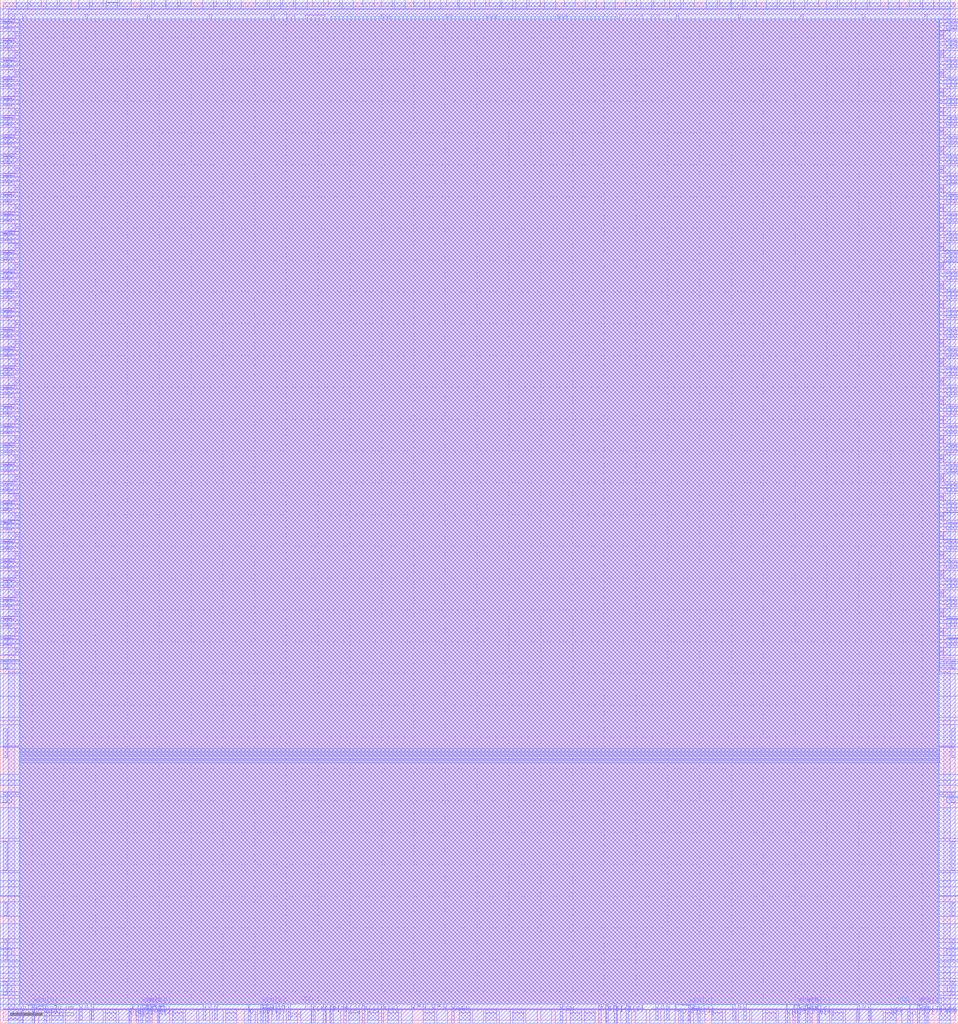
<source format=lef>
VERSION 5.7 ;
  NOWIREEXTENSIONATPIN ON ;
  DIVIDERCHAR "/" ;
  BUSBITCHARS "[]" ;
MACRO gf180mcu_ocd_ip_sram__sram512x8m8wm1
  CLASS BLOCK ;
  FOREIGN gf180mcu_ocd_ip_sram__sram512x8m8wm1 ;
  ORIGIN 0.000 0.000 ;
  SIZE 301.300 BY 321.890 ;
  PIN A[8]
    DIRECTION INPUT ;
    USE SIGNAL ;
    ANTENNADIFFAREA 0.928400 ;
    PORT
      LAYER Metal2 ;
        RECT 101.520 0.000 102.305 6.000 ;
    END
  END A[8]
  PIN A[7]
    DIRECTION INPUT ;
    USE SIGNAL ;
    ANTENNADIFFAREA 0.928400 ;
    PORT
      LAYER Metal2 ;
        RECT 103.965 0.000 104.750 6.000 ;
    END
  END A[7]
  PIN A[6]
    DIRECTION INPUT ;
    USE SIGNAL ;
    ANTENNADIFFAREA 0.928400 ;
    PORT
      LAYER Metal2 ;
        RECT 188.200 0.000 188.985 6.000 ;
    END
  END A[6]
  PIN A[5]
    DIRECTION INPUT ;
    USE SIGNAL ;
    ANTENNADIFFAREA 0.928400 ;
    PORT
      LAYER Metal2 ;
        RECT 190.455 0.000 191.240 6.000 ;
    END
  END A[5]
  PIN A[4]
    DIRECTION INPUT ;
    USE SIGNAL ;
    ANTENNADIFFAREA 0.928400 ;
    PORT
      LAYER Metal2 ;
        RECT 193.070 0.000 193.855 6.000 ;
    END
  END A[4]
  PIN A[3]
    DIRECTION INPUT ;
    USE SIGNAL ;
    ANTENNADIFFAREA 0.928400 ;
    PORT
      LAYER Metal2 ;
        RECT 196.925 0.000 197.710 6.000 ;
    END
  END A[3]
  PIN A[2]
    DIRECTION INPUT ;
    USE SIGNAL ;
    ANTENNADIFFAREA 0.928400 ;
    PORT
      LAYER Metal2 ;
        RECT 108.005 0.000 108.790 6.000 ;
    END
  END A[2]
  PIN A[1]
    DIRECTION INPUT ;
    USE SIGNAL ;
    ANTENNADIFFAREA 0.928400 ;
    PORT
      LAYER Metal2 ;
        RECT 113.930 0.000 114.715 6.000 ;
    END
  END A[1]
  PIN A[0]
    DIRECTION INPUT ;
    USE SIGNAL ;
    ANTENNADIFFAREA 0.928400 ;
    PORT
      LAYER Metal2 ;
        RECT 119.850 0.000 120.630 6.000 ;
    END
  END A[0]
  PIN CEN
    DIRECTION INPUT ;
    USE SIGNAL ;
    ANTENNADIFFAREA 0.928400 ;
    PORT
      LAYER Metal2 ;
        RECT 176.195 0.000 176.980 6.000 ;
    END
  END CEN
  PIN CLK
    DIRECTION INPUT ;
    USE SIGNAL ;
    ANTENNAGATEAREA 9.738400 ;
    PORT
      LAYER Metal2 ;
        RECT 97.775 0.000 98.560 6.000 ;
    END
  END CLK
  PIN D[7]
    DIRECTION INPUT ;
    USE SIGNAL ;
    ANTENNAGATEAREA 0.249200 ;
    PORT
      LAYER Metal2 ;
        RECT 291.200 5.030 291.985 6.000 ;
        RECT 290.800 4.305 291.985 5.030 ;
        RECT 290.800 0.000 291.585 4.305 ;
    END
  END D[7]
  PIN D[6]
    DIRECTION INPUT ;
    USE SIGNAL ;
    ANTENNAGATEAREA 0.249200 ;
    PORT
      LAYER Metal2 ;
        RECT 254.645 4.245 254.930 6.000 ;
        RECT 254.605 0.000 255.385 4.245 ;
    END
  END D[6]
  PIN D[5]
    DIRECTION INPUT ;
    USE SIGNAL ;
    ANTENNAGATEAREA 0.249200 ;
    PORT
      LAYER Metal2 ;
        RECT 249.530 4.245 249.810 6.000 ;
        RECT 249.235 0.000 250.020 4.245 ;
    END
  END D[5]
  PIN D[4]
    DIRECTION INPUT ;
    USE SIGNAL ;
    ANTENNAGATEAREA 0.249200 ;
    PORT
      LAYER Metal2 ;
        RECT 212.255 4.355 212.625 6.000 ;
        RECT 212.255 4.350 213.940 4.355 ;
        RECT 212.255 3.985 214.845 4.350 ;
        RECT 214.060 0.000 214.845 3.985 ;
    END
  END D[4]
  PIN D[3]
    DIRECTION INPUT ;
    USE SIGNAL ;
    ANTENNAGATEAREA 0.249200 ;
    PORT
      LAYER Metal2 ;
        RECT 85.695 4.850 86.000 6.000 ;
        RECT 83.280 4.545 86.000 4.850 ;
        RECT 83.280 0.000 84.065 4.545 ;
    END
  END D[3]
  PIN D[2]
    DIRECTION INPUT ;
    USE SIGNAL ;
    ANTENNAGATEAREA 0.249200 ;
    PORT
      LAYER Metal2 ;
        RECT 48.730 5.425 49.015 6.000 ;
        RECT 47.595 5.140 49.015 5.425 ;
        RECT 47.595 4.160 47.880 5.140 ;
        RECT 47.085 3.720 47.880 4.160 ;
        RECT 47.085 0.000 47.870 3.720 ;
    END
  END D[2]
  PIN D[1]
    DIRECTION INPUT ;
    USE SIGNAL ;
    ANTENNAGATEAREA 0.249200 ;
    PORT
      LAYER Metal2 ;
        RECT 43.215 5.290 43.540 6.000 ;
        RECT 43.180 4.170 43.540 5.290 ;
        RECT 42.720 0.000 43.505 4.170 ;
    END
  END D[1]
  PIN D[0]
    DIRECTION INPUT ;
    USE SIGNAL ;
    ANTENNAGATEAREA 0.249200 ;
    PORT
      LAYER Metal2 ;
        RECT 6.520 0.000 7.305 6.000 ;
    END
  END D[0]
  PIN GWEN
    DIRECTION INPUT ;
    USE SIGNAL ;
    ANTENNAGATEAREA 3.141600 ;
    PORT
      LAYER Metal2 ;
        RECT 142.055 0.000 142.840 6.000 ;
    END
  END GWEN
  PIN Q[7]
    DIRECTION OUTPUT ;
    USE SIGNAL ;
    ANTENNADIFFAREA 5.315450 ;
    PORT
      LAYER Metal2 ;
        RECT 285.870 4.245 286.200 6.000 ;
        RECT 285.490 0.000 286.275 4.245 ;
    END
  END Q[7]
  PIN Q[6]
    DIRECTION OUTPUT ;
    USE SIGNAL ;
    ANTENNADIFFAREA 5.315450 ;
    PORT
      LAYER Metal2 ;
        RECT 257.025 4.245 257.345 6.000 ;
        RECT 256.960 0.000 257.740 4.245 ;
    END
  END Q[6]
  PIN Q[5]
    DIRECTION OUTPUT ;
    USE SIGNAL ;
    ANTENNADIFFAREA 5.315450 ;
    PORT
      LAYER Metal2 ;
        RECT 247.175 4.245 247.460 6.000 ;
        RECT 246.880 0.000 247.665 4.245 ;
    END
  END Q[5]
  PIN Q[4]
    DIRECTION OUTPUT ;
    USE SIGNAL ;
    ANTENNADIFFAREA 5.315450 ;
    PORT
      LAYER Metal2 ;
        RECT 217.860 4.705 218.190 6.000 ;
        RECT 217.860 4.695 220.060 4.705 ;
        RECT 217.860 4.375 220.135 4.695 ;
        RECT 219.350 0.000 220.135 4.375 ;
    END
  END Q[4]
  PIN Q[3]
    DIRECTION OUTPUT ;
    USE SIGNAL ;
    ANTENNADIFFAREA 5.315450 ;
    PORT
      LAYER Metal2 ;
        RECT 77.980 4.130 78.315 6.000 ;
        RECT 77.975 0.000 78.760 4.130 ;
    END
  END Q[3]
  PIN Q[2]
    DIRECTION OUTPUT ;
    USE SIGNAL ;
    ANTENNADIFFAREA 5.315450 ;
    PORT
      LAYER Metal2 ;
        RECT 51.250 5.450 51.580 6.000 ;
        RECT 49.960 5.120 51.580 5.450 ;
        RECT 49.960 4.160 50.290 5.120 ;
        RECT 49.440 3.710 50.290 4.160 ;
        RECT 49.440 0.000 50.225 3.710 ;
    END
  END Q[2]
  PIN Q[1]
    DIRECTION OUTPUT ;
    USE SIGNAL ;
    ANTENNADIFFAREA 5.315450 ;
    PORT
      LAYER Metal2 ;
        RECT 41.545 4.725 41.875 6.000 ;
        RECT 40.840 4.395 41.875 4.725 ;
        RECT 40.840 4.200 41.170 4.395 ;
        RECT 40.365 3.555 41.170 4.200 ;
        RECT 40.365 0.000 41.145 3.555 ;
    END
  END Q[1]
  PIN Q[0]
    DIRECTION OUTPUT ;
    USE SIGNAL ;
    ANTENNADIFFAREA 5.315450 ;
    PORT
      LAYER Metal2 ;
        RECT 12.255 5.780 12.585 6.000 ;
        RECT 12.255 5.450 14.415 5.780 ;
        RECT 14.085 4.245 14.415 5.450 ;
        RECT 13.830 0.000 14.610 4.245 ;
    END
  END Q[0]
  PIN VDD
    DIRECTION INOUT ;
    USE POWER ;
    PORT
      LAYER Nwell ;
        RECT 103.900 315.890 194.020 316.770 ;
        RECT 7.680 5.780 25.360 6.000 ;
        RECT 29.080 5.780 64.190 6.000 ;
        RECT 29.080 5.770 46.760 5.780 ;
        RECT 67.910 5.770 85.590 6.000 ;
        RECT 212.985 5.780 230.665 6.000 ;
        RECT 234.385 5.785 269.745 6.000 ;
        RECT 234.385 5.770 252.065 5.785 ;
        RECT 273.465 5.775 291.145 6.000 ;
      LAYER Metal1 ;
        RECT 4.845 311.335 5.975 312.050 ;
        RECT 4.845 310.635 6.000 311.335 ;
        RECT 295.440 311.080 296.570 312.135 ;
        RECT 295.300 310.800 296.570 311.080 ;
        RECT 4.845 309.620 5.975 310.635 ;
        RECT 295.440 309.705 296.570 310.800 ;
        RECT 4.845 305.275 5.975 305.990 ;
        RECT 4.845 304.575 6.000 305.275 ;
        RECT 295.440 305.020 296.570 306.075 ;
        RECT 295.300 304.740 296.570 305.020 ;
        RECT 4.845 303.560 5.975 304.575 ;
        RECT 295.440 303.645 296.570 304.740 ;
        RECT 4.845 299.215 5.975 299.930 ;
        RECT 4.845 298.515 6.000 299.215 ;
        RECT 295.440 298.960 296.570 300.015 ;
        RECT 295.300 298.680 296.570 298.960 ;
        RECT 4.845 297.500 5.975 298.515 ;
        RECT 295.440 297.585 296.570 298.680 ;
        RECT 4.845 293.155 5.975 293.870 ;
        RECT 4.845 292.455 6.000 293.155 ;
        RECT 295.440 292.900 296.570 293.955 ;
        RECT 295.300 292.620 296.570 292.900 ;
        RECT 4.845 291.440 5.975 292.455 ;
        RECT 295.440 291.525 296.570 292.620 ;
        RECT 4.845 287.095 5.975 287.810 ;
        RECT 4.845 286.395 6.000 287.095 ;
        RECT 295.440 286.840 296.570 287.895 ;
        RECT 295.300 286.560 296.570 286.840 ;
        RECT 4.845 285.380 5.975 286.395 ;
        RECT 295.440 285.465 296.570 286.560 ;
        RECT 4.845 281.035 5.975 281.750 ;
        RECT 4.845 280.335 6.000 281.035 ;
        RECT 295.440 280.780 296.570 281.835 ;
        RECT 295.300 280.500 296.570 280.780 ;
        RECT 4.845 279.320 5.975 280.335 ;
        RECT 295.440 279.405 296.570 280.500 ;
        RECT 4.845 274.975 5.975 275.690 ;
        RECT 4.845 274.275 6.000 274.975 ;
        RECT 295.440 274.720 296.570 275.775 ;
        RECT 295.300 274.440 296.570 274.720 ;
        RECT 4.845 273.260 5.975 274.275 ;
        RECT 295.440 273.345 296.570 274.440 ;
        RECT 4.845 268.915 5.975 269.630 ;
        RECT 4.845 268.215 6.000 268.915 ;
        RECT 295.440 268.660 296.570 269.715 ;
        RECT 295.300 268.380 296.570 268.660 ;
        RECT 4.845 267.200 5.975 268.215 ;
        RECT 295.440 267.285 296.570 268.380 ;
        RECT 4.845 262.855 5.975 263.570 ;
        RECT 4.845 262.155 6.000 262.855 ;
        RECT 295.440 262.600 296.570 263.655 ;
        RECT 295.300 262.320 296.570 262.600 ;
        RECT 4.845 261.140 5.975 262.155 ;
        RECT 295.440 261.225 296.570 262.320 ;
        RECT 4.845 256.795 5.975 257.510 ;
        RECT 4.845 256.095 6.000 256.795 ;
        RECT 295.440 256.540 296.570 257.595 ;
        RECT 295.300 256.260 296.570 256.540 ;
        RECT 4.845 255.080 5.975 256.095 ;
        RECT 295.440 255.165 296.570 256.260 ;
        RECT 4.845 250.735 5.975 251.450 ;
        RECT 4.845 250.035 6.000 250.735 ;
        RECT 295.440 250.480 296.570 251.535 ;
        RECT 295.300 250.200 296.570 250.480 ;
        RECT 4.845 249.020 5.975 250.035 ;
        RECT 295.440 249.105 296.570 250.200 ;
        RECT 4.845 244.675 5.975 245.390 ;
        RECT 4.845 243.975 6.000 244.675 ;
        RECT 295.440 244.420 296.570 245.475 ;
        RECT 295.300 244.140 296.570 244.420 ;
        RECT 4.845 242.960 5.975 243.975 ;
        RECT 295.440 243.045 296.570 244.140 ;
        RECT 4.845 238.615 5.975 239.330 ;
        RECT 4.845 237.915 6.000 238.615 ;
        RECT 295.440 238.360 296.570 239.415 ;
        RECT 295.300 238.080 296.570 238.360 ;
        RECT 4.845 236.900 5.975 237.915 ;
        RECT 295.440 236.985 296.570 238.080 ;
        RECT 4.845 232.555 5.975 233.270 ;
        RECT 4.845 231.855 6.000 232.555 ;
        RECT 295.440 232.300 296.570 233.355 ;
        RECT 295.300 232.020 296.570 232.300 ;
        RECT 4.845 230.840 5.975 231.855 ;
        RECT 295.440 230.925 296.570 232.020 ;
        RECT 4.845 226.495 5.975 227.210 ;
        RECT 4.845 225.795 6.000 226.495 ;
        RECT 295.440 226.240 296.570 227.295 ;
        RECT 295.300 225.960 296.570 226.240 ;
        RECT 4.845 224.780 5.975 225.795 ;
        RECT 295.440 224.865 296.570 225.960 ;
        RECT 4.845 220.435 5.975 221.150 ;
        RECT 4.845 219.735 6.000 220.435 ;
        RECT 295.440 220.180 296.570 221.235 ;
        RECT 295.300 219.900 296.570 220.180 ;
        RECT 4.845 218.720 5.975 219.735 ;
        RECT 295.440 218.805 296.570 219.900 ;
        RECT 4.845 214.375 5.975 215.090 ;
        RECT 4.845 213.675 6.000 214.375 ;
        RECT 295.440 214.120 296.570 215.175 ;
        RECT 295.300 213.840 296.570 214.120 ;
        RECT 4.845 212.660 5.975 213.675 ;
        RECT 295.440 212.745 296.570 213.840 ;
        RECT 4.845 208.315 5.975 209.030 ;
        RECT 4.845 207.615 6.000 208.315 ;
        RECT 295.440 208.060 296.570 209.115 ;
        RECT 295.300 207.780 296.570 208.060 ;
        RECT 4.845 206.600 5.975 207.615 ;
        RECT 295.440 206.685 296.570 207.780 ;
        RECT 4.845 202.255 5.975 202.970 ;
        RECT 4.845 201.555 6.000 202.255 ;
        RECT 295.440 202.000 296.570 203.055 ;
        RECT 295.300 201.720 296.570 202.000 ;
        RECT 4.845 200.540 5.975 201.555 ;
        RECT 295.440 200.625 296.570 201.720 ;
        RECT 4.845 196.195 5.975 196.910 ;
        RECT 4.845 195.495 6.000 196.195 ;
        RECT 295.440 195.940 296.570 196.995 ;
        RECT 295.300 195.660 296.570 195.940 ;
        RECT 4.845 194.480 5.975 195.495 ;
        RECT 295.440 194.565 296.570 195.660 ;
        RECT 4.845 190.135 5.975 190.850 ;
        RECT 4.845 189.435 6.000 190.135 ;
        RECT 295.440 189.880 296.570 190.935 ;
        RECT 295.300 189.600 296.570 189.880 ;
        RECT 4.845 188.420 5.975 189.435 ;
        RECT 295.440 188.505 296.570 189.600 ;
        RECT 4.845 184.075 5.975 184.790 ;
        RECT 4.845 183.375 6.000 184.075 ;
        RECT 295.440 183.820 296.570 184.875 ;
        RECT 295.300 183.540 296.570 183.820 ;
        RECT 4.845 182.360 5.975 183.375 ;
        RECT 295.440 182.445 296.570 183.540 ;
        RECT 4.845 178.015 5.975 178.730 ;
        RECT 4.845 177.315 6.000 178.015 ;
        RECT 295.440 177.760 296.570 178.815 ;
        RECT 295.300 177.480 296.570 177.760 ;
        RECT 4.845 176.300 5.975 177.315 ;
        RECT 295.440 176.385 296.570 177.480 ;
        RECT 4.845 171.955 5.975 172.670 ;
        RECT 4.845 171.255 6.000 171.955 ;
        RECT 295.440 171.700 296.570 172.755 ;
        RECT 295.300 171.420 296.570 171.700 ;
        RECT 4.845 170.240 5.975 171.255 ;
        RECT 295.440 170.325 296.570 171.420 ;
        RECT 4.845 165.895 5.975 166.610 ;
        RECT 4.845 165.195 6.000 165.895 ;
        RECT 295.440 165.640 296.570 166.695 ;
        RECT 295.300 165.360 296.570 165.640 ;
        RECT 4.845 164.180 5.975 165.195 ;
        RECT 295.440 164.265 296.570 165.360 ;
        RECT 4.845 159.835 5.975 160.550 ;
        RECT 4.845 159.135 6.000 159.835 ;
        RECT 295.440 159.580 296.570 160.635 ;
        RECT 295.300 159.300 296.570 159.580 ;
        RECT 4.845 158.120 5.975 159.135 ;
        RECT 295.440 158.205 296.570 159.300 ;
        RECT 4.845 153.775 5.975 154.490 ;
        RECT 4.845 153.075 6.000 153.775 ;
        RECT 295.440 153.520 296.570 154.575 ;
        RECT 295.300 153.240 296.570 153.520 ;
        RECT 4.845 152.060 5.975 153.075 ;
        RECT 295.440 152.145 296.570 153.240 ;
        RECT 4.845 147.715 5.975 148.430 ;
        RECT 4.845 147.015 6.000 147.715 ;
        RECT 295.440 147.460 296.570 148.515 ;
        RECT 295.300 147.180 296.570 147.460 ;
        RECT 4.845 146.000 5.975 147.015 ;
        RECT 295.440 146.085 296.570 147.180 ;
        RECT 4.845 141.655 5.975 142.370 ;
        RECT 4.845 140.955 6.000 141.655 ;
        RECT 295.440 141.400 296.570 142.455 ;
        RECT 295.300 141.120 296.570 141.400 ;
        RECT 4.845 139.940 5.975 140.955 ;
        RECT 295.440 140.025 296.570 141.120 ;
        RECT 4.845 135.595 5.975 136.310 ;
        RECT 4.845 134.895 6.000 135.595 ;
        RECT 295.440 135.340 296.570 136.395 ;
        RECT 295.300 135.060 296.570 135.340 ;
        RECT 4.845 133.880 5.975 134.895 ;
        RECT 295.440 133.965 296.570 135.060 ;
        RECT 4.845 129.535 5.975 130.250 ;
        RECT 4.845 128.835 6.000 129.535 ;
        RECT 295.440 129.280 296.570 130.335 ;
        RECT 295.300 129.000 296.570 129.280 ;
        RECT 4.845 127.820 5.975 128.835 ;
        RECT 295.440 127.905 296.570 129.000 ;
        RECT 4.845 123.475 5.975 124.190 ;
        RECT 4.845 122.775 6.000 123.475 ;
        RECT 295.440 123.220 296.570 124.275 ;
        RECT 295.300 122.940 296.570 123.220 ;
        RECT 4.845 121.760 5.975 122.775 ;
        RECT 295.440 121.845 296.570 122.940 ;
        RECT 4.845 117.415 5.975 118.130 ;
        RECT 4.845 116.715 6.000 117.415 ;
        RECT 295.440 117.160 296.570 118.215 ;
        RECT 295.300 116.880 296.570 117.160 ;
        RECT 4.845 115.700 5.975 116.715 ;
        RECT 295.440 115.785 296.570 116.880 ;
        RECT 93.700 5.990 95.245 6.000 ;
      LAYER Metal2 ;
        RECT 2.470 318.940 298.830 319.090 ;
        RECT 2.465 315.890 298.830 318.940 ;
        RECT 2.465 315.590 6.000 315.890 ;
        RECT 295.300 315.590 298.830 315.890 ;
        RECT 2.465 312.050 5.970 315.590 ;
        RECT 295.445 312.270 298.830 315.590 ;
        RECT 2.465 309.620 5.975 312.050 ;
        RECT 2.465 305.990 5.970 309.620 ;
        RECT 2.465 303.560 5.975 305.990 ;
        RECT 2.465 299.930 5.970 303.560 ;
        RECT 2.465 297.500 5.975 299.930 ;
        RECT 2.465 293.870 5.970 297.500 ;
        RECT 2.465 291.440 5.975 293.870 ;
        RECT 2.465 287.810 5.970 291.440 ;
        RECT 2.465 285.380 5.975 287.810 ;
        RECT 2.465 281.750 5.970 285.380 ;
        RECT 2.465 279.320 5.975 281.750 ;
        RECT 2.465 275.690 5.970 279.320 ;
        RECT 2.465 273.260 5.975 275.690 ;
        RECT 2.465 269.630 5.970 273.260 ;
        RECT 2.465 267.200 5.975 269.630 ;
        RECT 2.465 263.570 5.970 267.200 ;
        RECT 2.465 261.140 5.975 263.570 ;
        RECT 2.465 257.510 5.970 261.140 ;
        RECT 2.465 255.080 5.975 257.510 ;
        RECT 2.465 251.450 5.970 255.080 ;
        RECT 2.465 249.020 5.975 251.450 ;
        RECT 2.465 245.390 5.970 249.020 ;
        RECT 2.465 242.960 5.975 245.390 ;
        RECT 2.465 239.330 5.970 242.960 ;
        RECT 2.465 236.900 5.975 239.330 ;
        RECT 2.465 233.270 5.970 236.900 ;
        RECT 2.465 230.840 5.975 233.270 ;
        RECT 2.465 227.210 5.970 230.840 ;
        RECT 2.465 224.780 5.975 227.210 ;
        RECT 2.465 221.150 5.970 224.780 ;
        RECT 2.465 218.720 5.975 221.150 ;
        RECT 2.465 215.090 5.970 218.720 ;
        RECT 2.465 212.660 5.975 215.090 ;
        RECT 2.465 209.030 5.970 212.660 ;
        RECT 2.465 206.600 5.975 209.030 ;
        RECT 2.465 202.970 5.970 206.600 ;
        RECT 2.465 200.540 5.975 202.970 ;
        RECT 2.465 196.910 5.970 200.540 ;
        RECT 2.465 194.480 5.975 196.910 ;
        RECT 2.465 190.850 5.970 194.480 ;
        RECT 2.465 188.420 5.975 190.850 ;
        RECT 2.465 184.790 5.970 188.420 ;
        RECT 2.465 182.360 5.975 184.790 ;
        RECT 2.465 178.730 5.970 182.360 ;
        RECT 2.465 176.300 5.975 178.730 ;
        RECT 2.465 172.670 5.970 176.300 ;
        RECT 2.465 170.240 5.975 172.670 ;
        RECT 2.465 166.610 5.970 170.240 ;
        RECT 295.440 168.360 298.830 312.270 ;
        RECT 2.465 164.180 5.975 166.610 ;
        RECT 2.465 160.550 5.970 164.180 ;
        RECT 2.465 158.120 5.975 160.550 ;
        RECT 2.465 154.490 5.970 158.120 ;
        RECT 2.465 152.060 5.975 154.490 ;
        RECT 2.465 148.430 5.970 152.060 ;
        RECT 2.465 146.000 5.975 148.430 ;
        RECT 2.465 142.370 5.970 146.000 ;
        RECT 2.465 139.940 5.975 142.370 ;
        RECT 2.465 136.310 5.970 139.940 ;
        RECT 2.465 133.880 5.975 136.310 ;
        RECT 2.465 130.250 5.970 133.880 ;
        RECT 2.465 127.820 5.975 130.250 ;
        RECT 2.465 124.190 5.970 127.820 ;
        RECT 2.465 121.760 5.975 124.190 ;
        RECT 2.465 118.130 5.970 121.760 ;
        RECT 2.465 115.700 5.975 118.130 ;
        RECT 2.465 110.435 5.970 115.700 ;
        RECT 295.440 110.435 298.835 168.360 ;
        RECT 2.465 4.330 5.975 110.435 ;
        RECT 26.795 4.830 27.580 6.000 ;
        RECT 65.605 4.830 66.390 6.000 ;
        RECT 2.465 1.410 5.970 4.330 ;
        RECT 88.750 4.285 89.535 6.000 ;
        RECT 93.695 5.965 95.245 6.000 ;
        RECT 131.250 5.180 132.035 6.000 ;
        RECT 137.620 5.180 138.405 6.000 ;
        RECT 207.850 4.315 208.635 6.000 ;
        RECT 232.070 4.830 232.855 6.000 ;
        RECT 271.220 4.810 272.005 6.000 ;
        RECT 295.330 4.330 298.835 110.435 ;
        RECT 2.470 0.985 5.970 1.410 ;
        RECT 295.330 0.985 298.830 4.330 ;
      LAYER Metal3 ;
        RECT 5.090 319.760 8.590 321.890 ;
        RECT 5.090 319.090 8.585 319.760 ;
        RECT 14.480 319.090 17.975 321.890 ;
        RECT 24.630 319.760 28.130 321.890 ;
        RECT 33.380 321.190 36.880 321.890 ;
        RECT 24.630 319.090 28.125 319.760 ;
        RECT 33.380 319.090 36.875 321.190 ;
        RECT 44.170 319.090 47.665 321.890 ;
        RECT 52.280 319.090 55.775 321.890 ;
        RECT 63.710 319.090 67.205 321.890 ;
        RECT 72.285 319.090 75.780 321.890 ;
        RECT 84.680 319.760 88.180 321.890 ;
        RECT 84.685 319.090 88.180 319.760 ;
        RECT 93.000 319.090 96.495 321.890 ;
        RECT 107.485 319.090 110.980 321.890 ;
        RECT 123.950 319.090 127.445 321.890 ;
        RECT 135.045 319.090 138.540 321.890 ;
        RECT 144.305 319.090 147.800 321.890 ;
        RECT 157.740 319.090 161.235 321.890 ;
        RECT 162.095 319.090 165.590 321.890 ;
        RECT 171.155 319.090 174.650 321.890 ;
        RECT 183.990 319.090 187.485 321.890 ;
        RECT 189.915 319.090 193.410 321.890 ;
        RECT 201.415 319.090 204.910 321.890 ;
        RECT 210.520 319.090 214.015 321.890 ;
        RECT 221.995 319.090 225.490 321.890 ;
        RECT 230.060 319.090 233.555 321.890 ;
        RECT 240.895 319.090 244.390 321.890 ;
        RECT 249.600 319.090 253.095 321.890 ;
        RECT 259.795 319.090 263.290 321.890 ;
        RECT 269.125 319.090 272.620 321.890 ;
        RECT 279.300 319.090 282.795 321.890 ;
        RECT 290.115 319.090 293.610 321.890 ;
        RECT 295.330 319.090 298.825 321.890 ;
        RECT 0.000 315.890 301.300 319.090 ;
        RECT 0.000 315.590 6.000 315.890 ;
        RECT 295.300 315.590 301.300 315.890 ;
        RECT 5.090 315.585 6.000 315.590 ;
        RECT 296.440 312.135 301.300 312.145 ;
        RECT 0.000 309.610 5.975 312.060 ;
        RECT 295.440 309.705 301.300 312.135 ;
        RECT 296.440 309.695 301.300 309.705 ;
        RECT 296.440 306.075 301.300 306.085 ;
        RECT 0.000 303.550 5.975 306.000 ;
        RECT 295.440 303.645 301.300 306.075 ;
        RECT 296.440 303.635 301.300 303.645 ;
        RECT 296.440 300.015 301.300 300.025 ;
        RECT 0.000 297.490 5.975 299.940 ;
        RECT 295.440 297.585 301.300 300.015 ;
        RECT 296.440 297.575 301.300 297.585 ;
        RECT 296.440 293.955 301.300 293.965 ;
        RECT 0.000 291.430 5.975 293.880 ;
        RECT 295.440 291.525 301.300 293.955 ;
        RECT 296.440 291.515 301.300 291.525 ;
        RECT 296.440 287.895 301.300 287.905 ;
        RECT 0.000 285.370 5.975 287.820 ;
        RECT 295.440 285.465 301.300 287.895 ;
        RECT 296.440 285.455 301.300 285.465 ;
        RECT 296.440 281.835 301.300 281.845 ;
        RECT 0.000 279.310 5.975 281.760 ;
        RECT 295.440 279.405 301.300 281.835 ;
        RECT 296.440 279.395 301.300 279.405 ;
        RECT 296.440 275.775 301.300 275.785 ;
        RECT 0.000 273.250 5.975 275.700 ;
        RECT 295.440 273.345 301.300 275.775 ;
        RECT 296.440 273.335 301.300 273.345 ;
        RECT 296.440 269.715 301.300 269.725 ;
        RECT 0.000 267.190 5.975 269.640 ;
        RECT 295.440 267.285 301.300 269.715 ;
        RECT 296.440 267.275 301.300 267.285 ;
        RECT 296.440 263.655 301.300 263.665 ;
        RECT 0.000 261.130 5.975 263.580 ;
        RECT 295.440 261.225 301.300 263.655 ;
        RECT 296.440 261.215 301.300 261.225 ;
        RECT 296.440 257.595 301.300 257.605 ;
        RECT 0.000 255.070 5.975 257.520 ;
        RECT 295.440 255.165 301.300 257.595 ;
        RECT 296.440 255.155 301.300 255.165 ;
        RECT 296.440 251.535 301.300 251.545 ;
        RECT 0.000 249.010 5.975 251.460 ;
        RECT 295.440 249.105 301.300 251.535 ;
        RECT 296.440 249.095 301.300 249.105 ;
        RECT 296.440 245.475 301.300 245.485 ;
        RECT 0.000 242.950 5.975 245.400 ;
        RECT 295.440 243.045 301.300 245.475 ;
        RECT 296.440 243.035 301.300 243.045 ;
        RECT 296.440 239.415 301.300 239.425 ;
        RECT 0.000 236.890 5.975 239.340 ;
        RECT 295.440 236.985 301.300 239.415 ;
        RECT 296.440 236.975 301.300 236.985 ;
        RECT 296.440 233.355 301.300 233.365 ;
        RECT 0.000 230.830 5.975 233.280 ;
        RECT 295.440 230.925 301.300 233.355 ;
        RECT 296.440 230.915 301.300 230.925 ;
        RECT 296.440 227.295 301.300 227.305 ;
        RECT 0.000 224.770 5.975 227.220 ;
        RECT 295.440 224.865 301.300 227.295 ;
        RECT 296.440 224.855 301.300 224.865 ;
        RECT 296.440 221.235 301.300 221.245 ;
        RECT 0.000 218.710 5.975 221.160 ;
        RECT 295.440 218.805 301.300 221.235 ;
        RECT 296.440 218.795 301.300 218.805 ;
        RECT 296.440 215.175 301.300 215.185 ;
        RECT 0.000 212.650 5.975 215.100 ;
        RECT 295.440 212.745 301.300 215.175 ;
        RECT 296.440 212.735 301.300 212.745 ;
        RECT 296.440 209.115 301.300 209.125 ;
        RECT 0.000 206.590 5.975 209.040 ;
        RECT 295.440 206.685 301.300 209.115 ;
        RECT 296.440 206.675 301.300 206.685 ;
        RECT 296.440 203.055 301.300 203.065 ;
        RECT 0.000 200.530 5.975 202.980 ;
        RECT 295.440 200.625 301.300 203.055 ;
        RECT 296.440 200.615 301.300 200.625 ;
        RECT 296.440 196.995 301.300 197.005 ;
        RECT 0.000 194.470 5.975 196.920 ;
        RECT 295.440 194.565 301.300 196.995 ;
        RECT 296.440 194.555 301.300 194.565 ;
        RECT 296.440 190.935 301.300 190.945 ;
        RECT 0.000 188.410 5.975 190.860 ;
        RECT 295.440 188.505 301.300 190.935 ;
        RECT 296.440 188.495 301.300 188.505 ;
        RECT 296.440 184.875 301.300 184.885 ;
        RECT 0.000 182.350 5.975 184.800 ;
        RECT 295.440 182.445 301.300 184.875 ;
        RECT 296.440 182.435 301.300 182.445 ;
        RECT 296.440 178.815 301.300 178.825 ;
        RECT 0.000 176.290 5.975 178.740 ;
        RECT 295.440 176.385 301.300 178.815 ;
        RECT 296.440 176.375 301.300 176.385 ;
        RECT 296.440 172.755 301.300 172.765 ;
        RECT 0.000 170.230 5.975 172.680 ;
        RECT 295.440 170.325 301.300 172.755 ;
        RECT 296.440 170.315 301.300 170.325 ;
        RECT 296.440 166.695 301.300 166.705 ;
        RECT 0.000 164.170 5.975 166.620 ;
        RECT 295.440 164.265 301.300 166.695 ;
        RECT 296.440 164.255 301.300 164.265 ;
        RECT 296.440 160.635 301.300 160.645 ;
        RECT 0.000 158.110 5.975 160.560 ;
        RECT 295.440 158.205 301.300 160.635 ;
        RECT 296.440 158.195 301.300 158.205 ;
        RECT 296.440 154.575 301.300 154.585 ;
        RECT 0.000 152.050 5.975 154.500 ;
        RECT 295.440 152.145 301.300 154.575 ;
        RECT 296.440 152.135 301.300 152.145 ;
        RECT 296.440 148.515 301.300 148.525 ;
        RECT 0.000 145.990 5.975 148.440 ;
        RECT 295.440 146.085 301.300 148.515 ;
        RECT 296.440 146.075 301.300 146.085 ;
        RECT 296.440 142.455 301.300 142.465 ;
        RECT 0.000 139.930 5.975 142.380 ;
        RECT 295.440 140.025 301.300 142.455 ;
        RECT 296.440 140.015 301.300 140.025 ;
        RECT 296.440 136.395 301.300 136.405 ;
        RECT 0.000 133.870 5.975 136.320 ;
        RECT 295.440 133.965 301.300 136.395 ;
        RECT 296.440 133.955 301.300 133.965 ;
        RECT 296.440 130.335 301.300 130.345 ;
        RECT 0.000 127.810 5.975 130.260 ;
        RECT 295.440 127.905 301.300 130.335 ;
        RECT 296.440 127.895 301.300 127.905 ;
        RECT 296.440 124.275 301.300 124.285 ;
        RECT 0.000 121.750 5.975 124.200 ;
        RECT 295.440 121.845 301.300 124.275 ;
        RECT 296.440 121.835 301.300 121.845 ;
        RECT 296.440 118.215 301.300 118.225 ;
        RECT 0.000 115.690 5.975 118.140 ;
        RECT 295.440 115.785 301.300 118.215 ;
        RECT 296.440 115.775 301.300 115.785 ;
        RECT 0.000 109.905 3.545 109.910 ;
        RECT 297.750 109.905 301.300 109.910 ;
        RECT 0.000 102.880 6.000 109.905 ;
        RECT 295.300 102.880 301.300 109.905 ;
        RECT 0.000 96.170 5.975 102.880 ;
        RECT 295.335 96.170 301.300 102.880 ;
        RECT 0.000 95.175 6.000 96.170 ;
        RECT 295.300 95.175 301.300 96.170 ;
        RECT 300.600 95.170 301.300 95.175 ;
        RECT 0.000 78.350 3.545 78.355 ;
        RECT 297.750 78.350 301.300 78.355 ;
        RECT 0.000 76.400 5.975 78.350 ;
        RECT 295.335 76.400 301.300 78.350 ;
        RECT 0.000 74.855 6.000 76.400 ;
        RECT 0.010 74.850 6.000 74.855 ;
        RECT 295.300 74.850 301.300 76.400 ;
        RECT 297.750 67.740 301.300 67.750 ;
        RECT 0.010 67.735 6.000 67.740 ;
        RECT 0.000 58.210 6.000 67.735 ;
        RECT 295.300 58.210 301.300 67.740 ;
        RECT 0.000 58.205 0.700 58.210 ;
        RECT 300.600 58.205 301.300 58.210 ;
        RECT 0.000 47.315 3.545 47.325 ;
        RECT 300.600 47.315 301.300 47.320 ;
        RECT 0.000 44.810 6.000 47.315 ;
        RECT 295.300 44.810 301.300 47.315 ;
        RECT 0.000 42.955 5.975 44.810 ;
        RECT 295.335 42.970 301.300 44.810 ;
        RECT 0.000 40.125 6.000 42.955 ;
        RECT 0.010 40.120 6.000 40.125 ;
        RECT 295.300 40.120 301.300 42.970 ;
        RECT 0.010 40.020 5.975 40.120 ;
        RECT 295.335 40.020 301.300 40.120 ;
        RECT 297.750 40.010 301.300 40.020 ;
        RECT 0.000 31.295 3.545 31.300 ;
        RECT 295.300 31.295 295.365 31.325 ;
        RECT 300.600 31.295 301.300 31.300 ;
        RECT 0.000 26.530 6.000 31.295 ;
        RECT 0.010 26.525 6.000 26.530 ;
        RECT 295.300 26.525 301.300 31.295 ;
        RECT 0.000 19.345 3.545 19.350 ;
        RECT 297.750 19.345 301.300 19.350 ;
        RECT 0.000 17.750 6.000 19.345 ;
        RECT 0.000 15.795 5.995 17.750 ;
        RECT 295.300 17.745 301.300 19.345 ;
        RECT 295.315 15.805 301.300 17.745 ;
        RECT 0.000 14.210 6.000 15.795 ;
        RECT 0.010 14.205 6.000 14.210 ;
        RECT 295.300 14.205 301.300 15.805 ;
        RECT 0.000 6.000 6.000 7.810 ;
        RECT 295.300 6.000 301.300 7.810 ;
        RECT 0.000 4.310 301.300 6.000 ;
        RECT 0.000 4.290 0.700 4.310 ;
        RECT 2.465 0.000 5.970 4.310 ;
        RECT 7.135 0.000 10.635 4.310 ;
        RECT 12.045 0.000 15.545 4.310 ;
        RECT 20.445 0.000 23.945 4.310 ;
        RECT 24.645 0.000 28.145 4.310 ;
        RECT 28.845 0.000 32.345 4.310 ;
        RECT 37.245 0.000 40.745 4.310 ;
        RECT 43.550 0.000 47.050 4.310 ;
        RECT 49.845 0.000 53.345 4.310 ;
        RECT 58.245 0.000 61.745 4.310 ;
        RECT 62.445 0.000 65.945 4.310 ;
        RECT 66.645 0.000 70.145 4.310 ;
        RECT 76.685 0.000 80.185 4.310 ;
        RECT 80.885 0.000 84.385 4.310 ;
        RECT 85.435 0.000 88.935 4.310 ;
        RECT 89.985 0.000 93.485 4.310 ;
        RECT 94.535 0.000 98.035 4.310 ;
        RECT 99.085 0.000 102.585 4.310 ;
        RECT 103.635 0.000 107.135 4.310 ;
        RECT 126.105 0.000 129.605 4.310 ;
        RECT 137.295 0.000 140.795 4.310 ;
        RECT 148.515 0.000 152.015 4.310 ;
        RECT 156.915 0.000 160.415 4.310 ;
        RECT 165.315 0.000 168.815 4.310 ;
        RECT 169.980 0.000 173.480 4.310 ;
        RECT 174.565 0.000 178.065 4.310 ;
        RECT 190.600 0.000 194.100 4.310 ;
        RECT 195.150 0.000 198.650 4.310 ;
        RECT 199.700 4.205 221.530 4.310 ;
        RECT 199.700 0.000 203.200 4.205 ;
        RECT 204.250 0.000 207.750 4.205 ;
        RECT 208.800 0.000 212.300 4.205 ;
        RECT 213.350 0.000 216.850 4.205 ;
        RECT 218.030 0.000 221.530 4.205 ;
        RECT 227.960 0.000 231.460 4.310 ;
        RECT 232.160 0.000 235.660 4.310 ;
        RECT 236.360 0.000 239.860 4.310 ;
        RECT 244.760 0.000 248.260 4.310 ;
        RECT 251.055 0.000 254.555 4.310 ;
        RECT 257.360 0.000 260.860 4.310 ;
        RECT 265.760 0.000 269.260 4.310 ;
        RECT 269.960 0.000 273.460 4.310 ;
        RECT 274.160 0.000 277.660 4.310 ;
        RECT 283.560 0.000 287.060 4.310 ;
        RECT 288.465 0.000 291.965 4.310 ;
        RECT 295.330 0.000 298.830 4.310 ;
    END
  END VDD
  PIN VSS
    DIRECTION INOUT ;
    USE GROUND ;
    PORT
      LAYER Metal1 ;
        RECT 0.985 317.365 300.315 320.900 ;
        RECT 0.985 315.035 4.485 317.365 ;
        RECT 7.150 315.890 7.970 317.365 ;
        RECT 26.690 315.890 27.510 317.365 ;
        RECT 46.230 315.890 47.050 317.365 ;
        RECT 65.770 315.890 66.590 317.365 ;
        RECT 85.300 315.890 86.120 317.365 ;
        RECT 90.140 315.890 92.685 317.365 ;
        RECT 96.620 317.030 102.185 317.365 ;
        RECT 95.855 315.890 102.185 317.030 ;
        RECT 119.790 315.890 122.545 317.365 ;
        RECT 140.215 315.890 142.065 317.365 ;
        RECT 153.080 315.890 155.970 317.365 ;
        RECT 175.340 315.890 178.195 317.365 ;
        RECT 194.845 315.890 202.075 317.365 ;
        RECT 204.765 315.890 207.310 317.365 ;
        RECT 212.580 315.890 213.400 317.365 ;
        RECT 232.120 315.890 232.940 317.365 ;
        RECT 251.660 315.890 252.480 317.365 ;
        RECT 271.185 315.890 272.005 317.365 ;
        RECT 290.730 315.890 291.550 317.365 ;
        RECT 0.985 314.885 4.490 315.035 ;
        RECT 0.985 313.080 6.000 314.885 ;
        RECT 0.985 309.785 4.490 313.080 ;
        RECT 0.985 308.975 4.485 309.785 ;
        RECT 0.985 308.825 4.490 308.975 ;
        RECT 0.985 307.020 6.000 308.825 ;
        RECT 0.985 303.725 4.490 307.020 ;
        RECT 0.985 302.915 4.485 303.725 ;
        RECT 0.985 302.765 4.490 302.915 ;
        RECT 0.985 300.960 6.000 302.765 ;
        RECT 0.985 297.665 4.490 300.960 ;
        RECT 0.985 296.855 4.485 297.665 ;
        RECT 0.985 296.705 4.490 296.855 ;
        RECT 0.985 294.900 6.000 296.705 ;
        RECT 0.985 291.605 4.490 294.900 ;
        RECT 0.985 290.795 4.485 291.605 ;
        RECT 0.985 290.645 4.490 290.795 ;
        RECT 0.985 288.840 6.000 290.645 ;
        RECT 295.300 289.410 296.325 290.110 ;
        RECT 0.985 285.545 4.490 288.840 ;
        RECT 0.985 284.735 4.485 285.545 ;
        RECT 0.985 284.585 4.490 284.735 ;
        RECT 0.985 282.780 6.000 284.585 ;
        RECT 0.985 279.485 4.490 282.780 ;
        RECT 0.985 278.675 4.485 279.485 ;
        RECT 0.985 278.525 4.490 278.675 ;
        RECT 0.985 276.720 6.000 278.525 ;
        RECT 0.985 273.425 4.490 276.720 ;
        RECT 0.985 272.615 4.485 273.425 ;
        RECT 0.985 272.465 4.490 272.615 ;
        RECT 0.985 270.660 6.000 272.465 ;
        RECT 0.985 267.365 4.490 270.660 ;
        RECT 0.985 266.555 4.485 267.365 ;
        RECT 0.985 266.405 4.490 266.555 ;
        RECT 0.985 264.600 6.000 266.405 ;
        RECT 0.985 261.305 4.490 264.600 ;
        RECT 0.985 260.495 4.485 261.305 ;
        RECT 0.985 260.345 4.490 260.495 ;
        RECT 0.985 258.540 6.000 260.345 ;
        RECT 0.985 255.245 4.490 258.540 ;
        RECT 0.985 254.435 4.485 255.245 ;
        RECT 0.985 254.285 4.490 254.435 ;
        RECT 0.985 252.480 6.000 254.285 ;
        RECT 0.985 249.185 4.490 252.480 ;
        RECT 0.985 248.375 4.485 249.185 ;
        RECT 0.985 248.225 4.490 248.375 ;
        RECT 0.985 246.420 6.000 248.225 ;
        RECT 0.985 243.125 4.490 246.420 ;
        RECT 0.985 242.315 4.485 243.125 ;
        RECT 0.985 242.165 4.490 242.315 ;
        RECT 0.985 240.360 6.000 242.165 ;
        RECT 0.985 237.065 4.490 240.360 ;
        RECT 0.985 236.255 4.485 237.065 ;
        RECT 0.985 236.105 4.490 236.255 ;
        RECT 0.985 234.300 6.000 236.105 ;
        RECT 0.985 231.005 4.490 234.300 ;
        RECT 0.985 230.195 4.485 231.005 ;
        RECT 0.985 230.045 4.490 230.195 ;
        RECT 0.985 228.240 6.000 230.045 ;
        RECT 0.985 224.945 4.490 228.240 ;
        RECT 0.985 224.135 4.485 224.945 ;
        RECT 0.985 223.985 4.490 224.135 ;
        RECT 0.985 222.180 6.000 223.985 ;
        RECT 0.985 218.885 4.490 222.180 ;
        RECT 0.985 218.075 4.485 218.885 ;
        RECT 0.985 217.925 4.490 218.075 ;
        RECT 0.985 216.120 6.000 217.925 ;
        RECT 0.985 212.825 4.490 216.120 ;
        RECT 0.985 212.015 4.485 212.825 ;
        RECT 0.985 211.865 4.490 212.015 ;
        RECT 0.985 210.060 6.000 211.865 ;
        RECT 0.985 206.765 4.490 210.060 ;
        RECT 0.985 205.955 4.485 206.765 ;
        RECT 0.985 205.805 4.490 205.955 ;
        RECT 0.985 204.000 6.000 205.805 ;
        RECT 0.985 200.705 4.490 204.000 ;
        RECT 0.985 199.895 4.485 200.705 ;
        RECT 0.985 199.745 4.490 199.895 ;
        RECT 0.985 197.940 6.000 199.745 ;
        RECT 0.985 194.645 4.490 197.940 ;
        RECT 0.985 193.835 4.485 194.645 ;
        RECT 0.985 193.685 4.490 193.835 ;
        RECT 0.985 191.880 6.000 193.685 ;
        RECT 0.985 188.585 4.490 191.880 ;
        RECT 0.985 187.775 4.485 188.585 ;
        RECT 0.985 187.625 4.490 187.775 ;
        RECT 0.985 185.820 6.000 187.625 ;
        RECT 0.985 182.525 4.490 185.820 ;
        RECT 0.985 181.715 4.485 182.525 ;
        RECT 0.985 181.565 4.490 181.715 ;
        RECT 0.985 179.760 6.000 181.565 ;
        RECT 0.985 176.465 4.490 179.760 ;
        RECT 0.985 175.655 4.485 176.465 ;
        RECT 0.985 175.505 4.490 175.655 ;
        RECT 0.985 173.700 6.000 175.505 ;
        RECT 0.985 170.405 4.490 173.700 ;
        RECT 0.985 169.595 4.485 170.405 ;
        RECT 0.985 169.445 4.490 169.595 ;
        RECT 0.985 167.640 6.000 169.445 ;
        RECT 0.985 164.345 4.490 167.640 ;
        RECT 0.985 163.535 4.485 164.345 ;
        RECT 0.985 163.385 4.490 163.535 ;
        RECT 0.985 161.580 6.000 163.385 ;
        RECT 0.985 158.285 4.490 161.580 ;
        RECT 0.985 157.475 4.485 158.285 ;
        RECT 0.985 157.325 4.490 157.475 ;
        RECT 0.985 155.520 6.000 157.325 ;
        RECT 0.985 152.225 4.490 155.520 ;
        RECT 0.985 151.415 4.485 152.225 ;
        RECT 0.985 151.265 4.490 151.415 ;
        RECT 0.985 149.460 6.000 151.265 ;
        RECT 0.985 146.165 4.490 149.460 ;
        RECT 0.985 145.355 4.485 146.165 ;
        RECT 0.985 145.205 4.490 145.355 ;
        RECT 0.985 143.400 6.000 145.205 ;
        RECT 0.985 140.105 4.490 143.400 ;
        RECT 0.985 139.295 4.485 140.105 ;
        RECT 0.985 139.145 4.490 139.295 ;
        RECT 0.985 137.340 6.000 139.145 ;
        RECT 0.985 134.045 4.490 137.340 ;
        RECT 0.985 133.235 4.485 134.045 ;
        RECT 0.985 133.085 4.490 133.235 ;
        RECT 0.985 131.280 6.000 133.085 ;
        RECT 0.985 127.985 4.490 131.280 ;
        RECT 0.985 127.175 4.485 127.985 ;
        RECT 0.985 127.025 4.490 127.175 ;
        RECT 0.985 125.220 6.000 127.025 ;
        RECT 0.985 121.925 4.490 125.220 ;
        RECT 0.985 121.115 4.485 121.925 ;
        RECT 0.985 120.965 4.490 121.115 ;
        RECT 0.985 119.160 6.000 120.965 ;
        RECT 0.985 115.865 4.490 119.160 ;
        RECT 0.985 87.265 4.485 115.865 ;
        RECT 296.815 114.965 300.315 317.365 ;
        RECT 295.300 114.355 300.315 114.965 ;
        RECT 296.815 112.405 300.315 114.355 ;
        RECT 295.300 111.810 300.315 112.405 ;
        RECT 296.815 87.265 300.315 111.810 ;
        RECT 0.985 86.795 6.000 87.265 ;
        RECT 295.300 86.795 300.315 87.265 ;
        RECT 0.985 72.515 4.485 86.795 ;
        RECT 296.815 72.515 300.315 86.795 ;
        RECT 0.985 71.835 6.000 72.515 ;
        RECT 295.300 71.835 300.315 72.515 ;
        RECT 0.985 4.485 4.485 71.835 ;
        RECT 95.850 4.485 202.075 6.000 ;
        RECT 296.815 4.485 300.315 71.835 ;
        RECT 0.985 4.480 202.505 4.485 ;
        RECT 204.680 4.480 300.315 4.485 ;
        RECT 0.985 0.985 300.315 4.480 ;
        RECT 87.030 0.980 87.730 0.985 ;
        RECT 90.590 0.980 91.290 0.985 ;
      LAYER Metal2 ;
        RECT 0.985 319.760 300.315 320.900 ;
        RECT 0.995 312.770 2.125 315.200 ;
        RECT 299.120 312.755 300.800 315.185 ;
        RECT 0.995 306.710 2.125 309.140 ;
        RECT 299.120 306.695 300.800 309.125 ;
        RECT 0.995 300.650 2.125 303.080 ;
        RECT 299.120 300.635 300.800 303.065 ;
        RECT 0.995 294.590 2.125 297.020 ;
        RECT 299.120 294.575 300.800 297.005 ;
        RECT 0.995 288.530 2.125 290.960 ;
        RECT 299.120 288.515 300.800 290.945 ;
        RECT 0.995 282.470 2.125 284.900 ;
        RECT 299.120 282.455 300.800 284.885 ;
        RECT 0.995 276.410 2.125 278.840 ;
        RECT 299.120 276.395 300.800 278.825 ;
        RECT 0.995 270.350 2.125 272.780 ;
        RECT 299.120 270.335 300.800 272.765 ;
        RECT 0.995 264.290 2.125 266.720 ;
        RECT 299.120 264.275 300.800 266.705 ;
        RECT 0.995 258.230 2.125 260.660 ;
        RECT 299.120 258.215 300.800 260.645 ;
        RECT 0.995 252.170 2.125 254.600 ;
        RECT 299.120 252.155 300.800 254.585 ;
        RECT 0.995 246.110 2.125 248.540 ;
        RECT 299.120 246.095 300.800 248.525 ;
        RECT 0.995 240.050 2.125 242.480 ;
        RECT 299.120 240.035 300.800 242.465 ;
        RECT 0.995 233.990 2.125 236.420 ;
        RECT 299.120 233.975 300.800 236.405 ;
        RECT 0.995 227.930 2.125 230.360 ;
        RECT 299.120 227.915 300.800 230.345 ;
        RECT 0.995 221.870 2.125 224.300 ;
        RECT 299.120 221.855 300.800 224.285 ;
        RECT 0.995 215.810 2.125 218.240 ;
        RECT 299.120 215.795 300.800 218.225 ;
        RECT 0.995 209.750 2.125 212.180 ;
        RECT 299.120 209.735 300.800 212.165 ;
        RECT 0.995 203.690 2.125 206.120 ;
        RECT 299.120 203.675 300.800 206.105 ;
        RECT 0.995 197.630 2.125 200.060 ;
        RECT 299.120 197.615 300.800 200.045 ;
        RECT 0.995 191.570 2.125 194.000 ;
        RECT 299.120 191.555 300.800 193.985 ;
        RECT 0.995 185.510 2.125 187.940 ;
        RECT 299.120 185.495 300.800 187.925 ;
        RECT 0.995 179.450 2.125 181.880 ;
        RECT 299.120 179.435 300.800 181.865 ;
        RECT 0.995 173.390 2.125 175.820 ;
        RECT 299.120 173.375 300.800 175.805 ;
        RECT 0.995 167.330 2.125 169.760 ;
        RECT 299.120 167.315 300.800 169.745 ;
        RECT 0.995 161.270 2.125 163.700 ;
        RECT 299.120 161.255 300.800 163.685 ;
        RECT 0.995 155.210 2.125 157.640 ;
        RECT 299.120 155.195 300.800 157.625 ;
        RECT 0.995 149.150 2.125 151.580 ;
        RECT 299.120 149.135 300.800 151.565 ;
        RECT 0.995 143.090 2.125 145.520 ;
        RECT 299.120 143.075 300.800 145.505 ;
        RECT 0.995 137.030 2.125 139.460 ;
        RECT 299.120 137.015 300.800 139.445 ;
        RECT 0.995 130.970 2.125 133.400 ;
        RECT 299.120 130.955 300.800 133.385 ;
        RECT 0.995 124.910 2.125 127.340 ;
        RECT 299.120 124.895 300.800 127.325 ;
        RECT 0.995 118.850 2.125 121.280 ;
        RECT 299.120 118.835 300.800 121.265 ;
        RECT 0.995 111.495 2.125 113.925 ;
        RECT 299.185 111.495 300.315 113.925 ;
        RECT 0.995 83.455 2.125 92.695 ;
        RECT 299.185 83.455 300.315 92.695 ;
        RECT 0.995 69.460 2.125 72.760 ;
        RECT 299.185 69.460 300.315 72.760 ;
        RECT 0.995 48.095 2.125 57.145 ;
        RECT 299.185 48.095 300.315 57.145 ;
        RECT 0.995 33.790 2.125 37.960 ;
        RECT 299.185 33.790 300.315 37.960 ;
        RECT 0.995 19.880 2.125 26.220 ;
        RECT 299.185 19.880 300.315 26.220 ;
        RECT 0.995 8.890 2.125 13.060 ;
        RECT 299.185 8.890 300.315 13.060 ;
        RECT 16.245 0.985 19.745 4.485 ;
        RECT 25.040 0.985 25.820 6.000 ;
        RECT 28.600 0.985 29.385 6.000 ;
        RECT 33.045 0.985 36.545 4.485 ;
        RECT 54.045 0.985 57.545 4.485 ;
        RECT 63.850 0.985 64.630 6.000 ;
        RECT 67.410 0.985 68.195 6.000 ;
        RECT 70.845 0.985 74.345 4.485 ;
        RECT 87.000 0.975 87.775 6.000 ;
        RECT 90.555 0.975 91.335 6.000 ;
        RECT 109.630 0.985 113.130 4.485 ;
        RECT 115.575 0.985 119.075 4.485 ;
        RECT 121.905 0.985 125.405 4.485 ;
        RECT 129.495 4.310 130.275 6.000 ;
        RECT 133.055 4.485 133.840 6.000 ;
        RECT 135.865 4.485 136.645 6.000 ;
        RECT 133.055 4.310 136.645 4.485 ;
        RECT 139.425 4.310 140.210 6.000 ;
        RECT 133.095 0.985 136.595 4.310 ;
        RECT 144.315 0.985 147.815 4.485 ;
        RECT 152.715 0.985 156.215 4.485 ;
        RECT 161.115 0.985 164.615 4.485 ;
        RECT 179.315 0.985 182.815 4.485 ;
        RECT 183.670 0.985 187.170 4.485 ;
        RECT 206.100 1.005 206.875 6.000 ;
        RECT 209.655 1.005 210.435 6.000 ;
        RECT 223.760 0.985 227.260 4.485 ;
        RECT 230.315 0.985 231.095 6.000 ;
        RECT 233.875 0.985 234.660 6.000 ;
        RECT 240.560 0.985 244.060 4.485 ;
        RECT 261.560 0.985 265.060 4.485 ;
        RECT 269.465 0.965 270.245 6.000 ;
        RECT 273.025 0.965 273.810 6.000 ;
        RECT 278.360 0.985 281.860 4.485 ;
      LAYER Metal3 ;
        RECT 9.370 319.755 12.870 321.890 ;
        RECT 18.760 319.760 22.260 321.890 ;
        RECT 28.910 319.755 32.410 321.890 ;
        RECT 37.660 319.760 41.160 321.890 ;
        RECT 48.450 319.755 51.950 321.890 ;
        RECT 56.560 319.760 60.060 321.890 ;
        RECT 67.990 319.755 71.490 321.890 ;
        RECT 80.400 319.755 83.900 321.890 ;
        RECT 88.805 319.760 92.305 321.890 ;
        RECT 98.320 319.760 101.820 321.890 ;
        RECT 103.205 319.760 106.705 321.890 ;
        RECT 114.085 319.760 117.585 321.890 ;
        RECT 119.835 319.760 123.335 321.890 ;
        RECT 130.070 319.760 133.570 321.890 ;
        RECT 140.340 319.760 143.840 321.890 ;
        RECT 149.255 319.760 152.755 321.890 ;
        RECT 153.745 319.760 157.245 321.890 ;
        RECT 166.375 319.760 169.875 321.890 ;
        RECT 177.380 319.760 180.880 321.890 ;
        RECT 196.715 319.760 200.215 321.890 ;
        RECT 205.520 319.760 209.020 321.890 ;
        RECT 214.800 319.755 218.300 321.890 ;
        RECT 226.275 319.760 229.775 321.890 ;
        RECT 234.340 319.755 237.840 321.890 ;
        RECT 245.175 319.760 248.675 321.890 ;
        RECT 253.880 319.755 257.380 321.890 ;
        RECT 264.075 319.760 267.575 321.890 ;
        RECT 273.405 319.755 276.905 321.890 ;
        RECT 285.830 319.755 289.330 321.890 ;
        RECT 0.000 314.510 3.555 315.210 ;
        RECT 297.755 315.090 301.300 315.195 ;
        RECT 297.750 314.695 301.300 315.090 ;
        RECT 0.000 313.460 6.000 314.510 ;
        RECT 295.300 313.645 301.300 314.695 ;
        RECT 0.000 312.760 3.555 313.460 ;
        RECT 297.750 312.645 301.300 313.645 ;
        RECT 0.000 308.450 3.555 309.150 ;
        RECT 297.750 308.635 301.300 309.135 ;
        RECT 0.000 307.400 6.000 308.450 ;
        RECT 295.300 307.585 301.300 308.635 ;
        RECT 0.000 306.700 3.555 307.400 ;
        RECT 297.750 306.685 301.300 307.585 ;
        RECT 0.000 302.390 3.555 303.090 ;
        RECT 297.750 302.575 301.300 303.075 ;
        RECT 0.000 301.340 6.000 302.390 ;
        RECT 295.300 301.525 301.300 302.575 ;
        RECT 0.000 300.640 3.555 301.340 ;
        RECT 297.750 300.625 301.300 301.525 ;
        RECT 0.000 296.330 3.555 297.030 ;
        RECT 297.750 296.515 301.300 297.015 ;
        RECT 0.000 295.280 6.000 296.330 ;
        RECT 295.300 295.465 301.300 296.515 ;
        RECT 0.000 294.580 3.555 295.280 ;
        RECT 297.750 294.565 301.300 295.465 ;
        RECT 0.000 290.270 3.555 290.970 ;
        RECT 297.750 290.455 301.300 290.955 ;
        RECT 0.000 289.220 6.000 290.270 ;
        RECT 295.300 289.405 301.300 290.455 ;
        RECT 0.000 288.520 3.555 289.220 ;
        RECT 297.750 288.505 301.300 289.405 ;
        RECT 0.000 284.210 3.555 284.910 ;
        RECT 297.750 284.395 301.300 284.895 ;
        RECT 0.000 283.160 6.000 284.210 ;
        RECT 295.300 283.345 301.300 284.395 ;
        RECT 0.000 282.460 3.555 283.160 ;
        RECT 297.750 282.445 301.300 283.345 ;
        RECT 0.000 278.150 3.555 278.850 ;
        RECT 297.750 278.335 301.300 278.835 ;
        RECT 0.000 277.100 6.000 278.150 ;
        RECT 295.300 277.285 301.300 278.335 ;
        RECT 0.000 276.400 3.555 277.100 ;
        RECT 297.750 276.385 301.300 277.285 ;
        RECT 0.000 272.090 3.555 272.790 ;
        RECT 297.750 272.275 301.300 272.775 ;
        RECT 0.000 271.040 6.000 272.090 ;
        RECT 295.300 271.225 301.300 272.275 ;
        RECT 0.000 270.340 3.555 271.040 ;
        RECT 297.750 270.325 301.300 271.225 ;
        RECT 0.000 266.030 3.555 266.730 ;
        RECT 297.750 266.215 301.300 266.715 ;
        RECT 0.000 264.980 6.000 266.030 ;
        RECT 295.300 265.165 301.300 266.215 ;
        RECT 0.000 264.280 3.555 264.980 ;
        RECT 297.750 264.265 301.300 265.165 ;
        RECT 0.000 259.970 3.555 260.670 ;
        RECT 297.750 260.155 301.300 260.655 ;
        RECT 0.000 258.920 6.000 259.970 ;
        RECT 295.300 259.105 301.300 260.155 ;
        RECT 0.000 258.220 3.555 258.920 ;
        RECT 297.750 258.205 301.300 259.105 ;
        RECT 0.000 253.910 3.555 254.610 ;
        RECT 297.750 254.095 301.300 254.595 ;
        RECT 0.000 252.860 6.000 253.910 ;
        RECT 295.300 253.045 301.300 254.095 ;
        RECT 0.000 252.160 3.555 252.860 ;
        RECT 297.750 252.145 301.300 253.045 ;
        RECT 0.000 247.850 3.555 248.550 ;
        RECT 297.750 248.035 301.300 248.535 ;
        RECT 0.000 246.800 6.000 247.850 ;
        RECT 295.300 246.985 301.300 248.035 ;
        RECT 0.000 246.100 3.555 246.800 ;
        RECT 297.750 246.085 301.300 246.985 ;
        RECT 0.000 241.790 3.555 242.490 ;
        RECT 297.750 241.975 301.300 242.475 ;
        RECT 0.000 240.740 6.000 241.790 ;
        RECT 295.300 240.925 301.300 241.975 ;
        RECT 0.000 240.040 3.555 240.740 ;
        RECT 297.750 240.025 301.300 240.925 ;
        RECT 0.000 235.730 3.555 236.430 ;
        RECT 297.750 235.915 301.300 236.415 ;
        RECT 0.000 234.680 6.000 235.730 ;
        RECT 295.300 234.865 301.300 235.915 ;
        RECT 0.000 233.980 3.555 234.680 ;
        RECT 297.750 233.965 301.300 234.865 ;
        RECT 0.000 229.670 3.555 230.370 ;
        RECT 297.750 229.855 301.300 230.355 ;
        RECT 0.000 228.620 6.000 229.670 ;
        RECT 295.300 228.805 301.300 229.855 ;
        RECT 0.000 227.920 3.555 228.620 ;
        RECT 297.750 227.905 301.300 228.805 ;
        RECT 0.000 223.610 3.555 224.310 ;
        RECT 297.750 223.795 301.300 224.295 ;
        RECT 0.000 222.560 6.000 223.610 ;
        RECT 295.300 222.745 301.300 223.795 ;
        RECT 0.000 221.860 3.555 222.560 ;
        RECT 297.750 221.845 301.300 222.745 ;
        RECT 0.000 217.550 3.555 218.250 ;
        RECT 297.750 217.735 301.300 218.235 ;
        RECT 0.000 216.500 6.000 217.550 ;
        RECT 295.300 216.685 301.300 217.735 ;
        RECT 0.000 215.800 3.555 216.500 ;
        RECT 297.750 215.785 301.300 216.685 ;
        RECT 0.000 211.490 3.555 212.190 ;
        RECT 297.750 211.675 301.300 212.175 ;
        RECT 0.000 210.440 6.000 211.490 ;
        RECT 295.300 210.625 301.300 211.675 ;
        RECT 0.000 209.740 3.555 210.440 ;
        RECT 297.750 209.725 301.300 210.625 ;
        RECT 0.000 205.430 3.555 206.130 ;
        RECT 297.750 205.615 301.300 206.115 ;
        RECT 0.000 204.380 6.000 205.430 ;
        RECT 295.300 204.565 301.300 205.615 ;
        RECT 0.000 203.680 3.555 204.380 ;
        RECT 297.750 203.665 301.300 204.565 ;
        RECT 0.000 199.370 3.555 200.070 ;
        RECT 297.750 199.555 301.300 200.055 ;
        RECT 0.000 198.320 6.000 199.370 ;
        RECT 295.300 198.505 301.300 199.555 ;
        RECT 0.000 197.620 3.555 198.320 ;
        RECT 297.750 197.605 301.300 198.505 ;
        RECT 0.000 193.310 3.555 194.010 ;
        RECT 297.750 193.495 301.300 193.995 ;
        RECT 0.000 192.260 6.000 193.310 ;
        RECT 295.300 192.445 301.300 193.495 ;
        RECT 0.000 191.560 3.555 192.260 ;
        RECT 297.750 191.545 301.300 192.445 ;
        RECT 0.000 187.250 3.555 187.950 ;
        RECT 297.750 187.435 301.300 187.935 ;
        RECT 0.000 186.200 6.000 187.250 ;
        RECT 295.300 186.385 301.300 187.435 ;
        RECT 0.000 185.500 3.555 186.200 ;
        RECT 297.750 185.485 301.300 186.385 ;
        RECT 0.000 181.190 3.555 181.890 ;
        RECT 297.750 181.375 301.300 181.875 ;
        RECT 0.000 180.140 6.000 181.190 ;
        RECT 295.300 180.325 301.300 181.375 ;
        RECT 0.000 179.440 3.555 180.140 ;
        RECT 297.750 179.425 301.300 180.325 ;
        RECT 0.000 175.130 3.555 175.830 ;
        RECT 297.750 175.315 301.300 175.815 ;
        RECT 0.000 174.080 6.000 175.130 ;
        RECT 295.300 174.265 301.300 175.315 ;
        RECT 0.000 173.380 3.555 174.080 ;
        RECT 297.750 173.365 301.300 174.265 ;
        RECT 0.000 169.070 3.555 169.770 ;
        RECT 297.750 169.255 301.300 169.755 ;
        RECT 0.000 168.020 6.000 169.070 ;
        RECT 295.300 168.205 301.300 169.255 ;
        RECT 0.000 167.320 3.555 168.020 ;
        RECT 297.750 167.305 301.300 168.205 ;
        RECT 0.000 163.010 3.555 163.710 ;
        RECT 297.750 163.195 301.300 163.695 ;
        RECT 0.000 161.960 6.000 163.010 ;
        RECT 295.300 162.145 301.300 163.195 ;
        RECT 0.000 161.260 3.555 161.960 ;
        RECT 297.750 161.245 301.300 162.145 ;
        RECT 0.000 156.950 3.555 157.650 ;
        RECT 297.750 157.135 301.300 157.635 ;
        RECT 0.000 155.900 6.000 156.950 ;
        RECT 295.300 156.085 301.300 157.135 ;
        RECT 0.000 155.200 3.555 155.900 ;
        RECT 297.750 155.185 301.300 156.085 ;
        RECT 0.000 150.890 3.555 151.590 ;
        RECT 297.750 151.075 301.300 151.575 ;
        RECT 0.000 149.840 6.000 150.890 ;
        RECT 295.300 150.025 301.300 151.075 ;
        RECT 0.000 149.140 3.555 149.840 ;
        RECT 297.750 149.125 301.300 150.025 ;
        RECT 0.000 144.830 3.555 145.530 ;
        RECT 297.750 145.015 301.300 145.515 ;
        RECT 0.000 143.780 6.000 144.830 ;
        RECT 295.300 143.965 301.300 145.015 ;
        RECT 0.000 143.080 3.555 143.780 ;
        RECT 297.750 143.065 301.300 143.965 ;
        RECT 0.000 138.770 3.555 139.470 ;
        RECT 297.750 138.955 301.300 139.455 ;
        RECT 0.000 137.720 6.000 138.770 ;
        RECT 295.300 137.905 301.300 138.955 ;
        RECT 0.000 137.020 3.555 137.720 ;
        RECT 297.750 137.005 301.300 137.905 ;
        RECT 0.000 132.710 3.555 133.410 ;
        RECT 297.750 132.895 301.300 133.395 ;
        RECT 0.000 131.660 6.000 132.710 ;
        RECT 295.300 131.845 301.300 132.895 ;
        RECT 0.000 130.960 3.555 131.660 ;
        RECT 297.750 130.945 301.300 131.845 ;
        RECT 0.000 126.650 3.555 127.350 ;
        RECT 297.755 127.190 301.300 127.335 ;
        RECT 297.750 126.835 301.300 127.190 ;
        RECT 0.000 125.600 6.000 126.650 ;
        RECT 295.300 125.785 301.300 126.835 ;
        RECT 0.000 124.900 3.555 125.600 ;
        RECT 297.750 124.885 301.300 125.785 ;
        RECT 0.000 120.590 3.555 121.290 ;
        RECT 297.755 121.080 301.300 121.275 ;
        RECT 297.750 120.775 301.300 121.080 ;
        RECT 0.000 119.540 6.000 120.590 ;
        RECT 295.300 119.725 301.300 120.775 ;
        RECT 0.000 118.840 3.555 119.540 ;
        RECT 297.750 118.825 301.300 119.725 ;
        RECT 0.010 114.115 6.000 114.360 ;
        RECT 0.000 113.660 6.000 114.115 ;
        RECT 295.300 113.660 301.300 114.360 ;
        RECT 0.000 113.025 3.555 113.660 ;
        RECT 297.750 113.025 301.300 113.660 ;
        RECT 0.000 111.350 6.000 113.025 ;
        RECT 0.010 111.345 6.000 111.350 ;
        RECT 295.300 111.345 301.300 113.025 ;
        RECT 0.000 93.825 3.545 93.830 ;
        RECT 297.750 93.825 301.300 93.830 ;
        RECT 0.000 86.895 6.000 93.825 ;
        RECT 0.010 86.890 6.000 86.895 ;
        RECT 295.300 86.890 301.300 93.825 ;
        RECT 295.300 86.830 295.500 86.890 ;
        RECT 0.000 72.855 0.700 72.860 ;
        RECT 297.755 72.855 301.300 72.860 ;
        RECT 0.000 71.265 6.000 72.855 ;
        RECT 295.300 71.265 301.300 72.855 ;
        RECT 0.000 69.355 3.555 71.265 ;
        RECT 297.755 70.860 301.300 71.265 ;
        RECT 297.750 69.355 301.300 70.860 ;
        RECT 0.000 47.950 6.000 57.210 ;
        RECT 295.300 47.950 301.300 57.210 ;
        RECT 297.750 38.225 301.300 38.230 ;
        RECT 0.000 33.615 6.000 38.225 ;
        RECT 295.300 33.615 301.300 38.225 ;
        RECT 0.000 23.645 6.000 25.465 ;
        RECT 295.300 23.645 301.300 25.465 ;
        RECT 0.000 23.315 3.565 23.645 ;
        RECT 297.745 23.315 301.300 23.645 ;
        RECT 0.000 21.325 3.555 23.315 ;
        RECT 297.750 21.325 301.300 23.315 ;
        RECT 0.000 19.810 6.000 21.325 ;
        RECT 295.300 19.810 301.300 21.325 ;
        RECT 0.000 13.195 0.700 13.200 ;
        RECT 0.000 11.965 6.000 13.195 ;
        RECT 295.300 11.965 301.300 13.195 ;
        RECT 0.000 9.985 3.545 11.965 ;
        RECT 297.805 9.985 301.300 11.965 ;
        RECT 0.000 8.740 6.000 9.985 ;
        RECT 295.300 8.750 301.300 9.985 ;
        RECT 295.300 8.745 298.065 8.750 ;
        RECT 16.245 0.000 19.745 3.260 ;
        RECT 33.045 0.000 36.545 3.260 ;
        RECT 54.045 0.000 57.545 3.260 ;
        RECT 70.845 0.000 74.345 3.260 ;
        RECT 109.630 0.000 113.130 3.260 ;
        RECT 115.575 0.000 119.075 3.260 ;
        RECT 121.905 0.000 125.405 3.260 ;
        RECT 133.095 0.000 136.595 3.260 ;
        RECT 144.315 0.000 147.815 3.260 ;
        RECT 152.715 0.000 156.215 3.260 ;
        RECT 161.115 0.000 164.615 3.260 ;
        RECT 179.315 0.000 182.815 3.260 ;
        RECT 183.670 0.000 187.170 3.260 ;
        RECT 223.760 0.000 227.260 3.260 ;
        RECT 240.560 0.000 244.060 3.260 ;
        RECT 261.560 0.000 265.060 3.260 ;
        RECT 278.360 0.000 281.860 3.260 ;
    END
  END VSS
  PIN WEN[7]
    DIRECTION INPUT ;
    USE SIGNAL ;
    ANTENNAGATEAREA 0.420000 ;
    PORT
      LAYER Metal1 ;
        RECT 288.510 5.985 289.140 5.990 ;
        RECT 288.510 5.955 289.420 5.985 ;
        RECT 288.510 5.695 290.025 5.955 ;
        RECT 288.510 5.685 289.420 5.695 ;
        RECT 288.510 5.650 289.140 5.685 ;
      LAYER Metal2 ;
        RECT 288.430 0.000 289.215 5.995 ;
    END
  END WEN[7]
  PIN WEN[6]
    DIRECTION INPUT ;
    USE SIGNAL ;
    ANTENNAGATEAREA 0.420000 ;
    PORT
      LAYER Metal1 ;
        RECT 253.790 5.985 254.350 5.995 ;
        RECT 253.285 5.965 254.350 5.985 ;
        RECT 253.185 5.705 254.355 5.965 ;
        RECT 253.285 5.695 254.350 5.705 ;
        RECT 253.285 5.645 253.915 5.695 ;
      LAYER Metal2 ;
        RECT 253.205 0.000 253.985 6.000 ;
    END
  END WEN[6]
  PIN WEN[5]
    DIRECTION INPUT ;
    USE SIGNAL ;
    ANTENNAGATEAREA 0.420000 ;
    PORT
      LAYER Metal1 ;
        RECT 249.780 5.950 250.340 5.980 ;
        RECT 250.710 5.950 251.340 5.985 ;
        RECT 249.775 5.690 251.340 5.950 ;
        RECT 249.780 5.680 250.340 5.690 ;
        RECT 250.710 5.645 251.340 5.690 ;
      LAYER Metal2 ;
        RECT 250.630 0.000 251.410 6.000 ;
    END
  END WEN[5]
  PIN WEN[4]
    DIRECTION INPUT ;
    USE SIGNAL ;
    ANTENNAGATEAREA 0.420000 ;
    PORT
      LAYER Metal1 ;
        RECT 214.710 5.960 215.270 5.990 ;
        RECT 214.105 5.950 215.275 5.960 ;
        RECT 214.105 5.940 216.880 5.950 ;
        RECT 214.105 5.700 217.110 5.940 ;
        RECT 214.320 5.690 217.110 5.700 ;
        RECT 216.480 5.600 217.110 5.690 ;
        RECT 216.525 5.505 216.880 5.600 ;
      LAYER Metal2 ;
        RECT 216.400 0.000 217.185 5.955 ;
    END
  END WEN[4]
  PIN WEN[3]
    DIRECTION INPUT ;
    USE SIGNAL ;
    ANTENNAGATEAREA 0.420000 ;
    PORT
      LAYER Metal1 ;
        RECT 81.990 5.975 82.620 5.990 ;
        RECT 83.305 5.975 83.865 5.980 ;
        RECT 81.950 5.950 84.110 5.975 ;
        RECT 81.950 5.690 84.470 5.950 ;
        RECT 81.950 5.670 84.110 5.690 ;
        RECT 81.990 5.650 82.620 5.670 ;
      LAYER Metal2 ;
        RECT 81.910 0.000 82.695 6.000 ;
    END
  END WEN[3]
  PIN WEN[2]
    DIRECTION INPUT ;
    USE SIGNAL ;
    ANTENNAGATEAREA 0.420000 ;
    PORT
      LAYER Metal1 ;
        RECT 45.915 5.940 46.545 5.990 ;
        RECT 48.235 5.960 48.795 5.990 ;
        RECT 47.630 5.940 48.800 5.960 ;
        RECT 45.915 5.700 48.800 5.940 ;
        RECT 45.915 5.690 48.795 5.700 ;
        RECT 45.915 5.665 48.390 5.690 ;
        RECT 45.915 5.650 46.545 5.665 ;
      LAYER Metal2 ;
        RECT 45.685 5.650 46.545 5.990 ;
        RECT 45.685 0.000 46.470 5.650 ;
    END
  END WEN[2]
  PIN WEN[1]
    DIRECTION INPUT ;
    USE SIGNAL ;
    ANTENNAGATEAREA 0.420000 ;
    PORT
      LAYER Metal1 ;
        RECT 44.190 5.980 44.820 5.990 ;
        RECT 44.190 5.950 45.035 5.980 ;
        RECT 44.190 5.690 45.640 5.950 ;
        RECT 44.190 5.680 45.035 5.690 ;
        RECT 44.190 5.665 44.945 5.680 ;
        RECT 44.190 5.650 44.820 5.665 ;
      LAYER Metal2 ;
        RECT 44.110 0.000 44.895 5.995 ;
    END
  END WEN[1]
  PIN WEN[0]
    DIRECTION INPUT ;
    USE SIGNAL ;
    ANTENNAGATEAREA 0.420000 ;
    PORT
      LAYER Metal1 ;
        RECT 8.800 5.650 10.850 6.000 ;
        RECT 10.215 5.645 10.845 5.650 ;
      LAYER Metal2 ;
        RECT 10.215 5.980 10.845 5.985 ;
        RECT 10.085 0.000 10.870 5.980 ;
    END
  END WEN[0]
  OBS
      LAYER Nwell ;
        RECT 6.305 6.000 295.010 315.890 ;
      LAYER Metal1 ;
        RECT 6.000 6.000 295.300 315.890 ;
      LAYER Metal2 ;
        RECT 6.000 6.000 295.300 315.890 ;
      LAYER Metal3 ;
        RECT 6.000 86.350 295.300 315.890 ;
        RECT 6.000 85.600 295.500 86.350 ;
        RECT 6.000 85.125 295.300 85.600 ;
        RECT 6.000 84.370 295.500 85.125 ;
        RECT 6.000 83.900 295.300 84.370 ;
        RECT 6.000 83.145 295.500 83.900 ;
        RECT 6.000 82.675 295.300 83.145 ;
        RECT 6.000 81.920 295.500 82.675 ;
        RECT 6.000 6.000 295.300 81.920 ;
  END
END gf180mcu_ocd_ip_sram__sram512x8m8wm1
END LIBRARY


</source>
